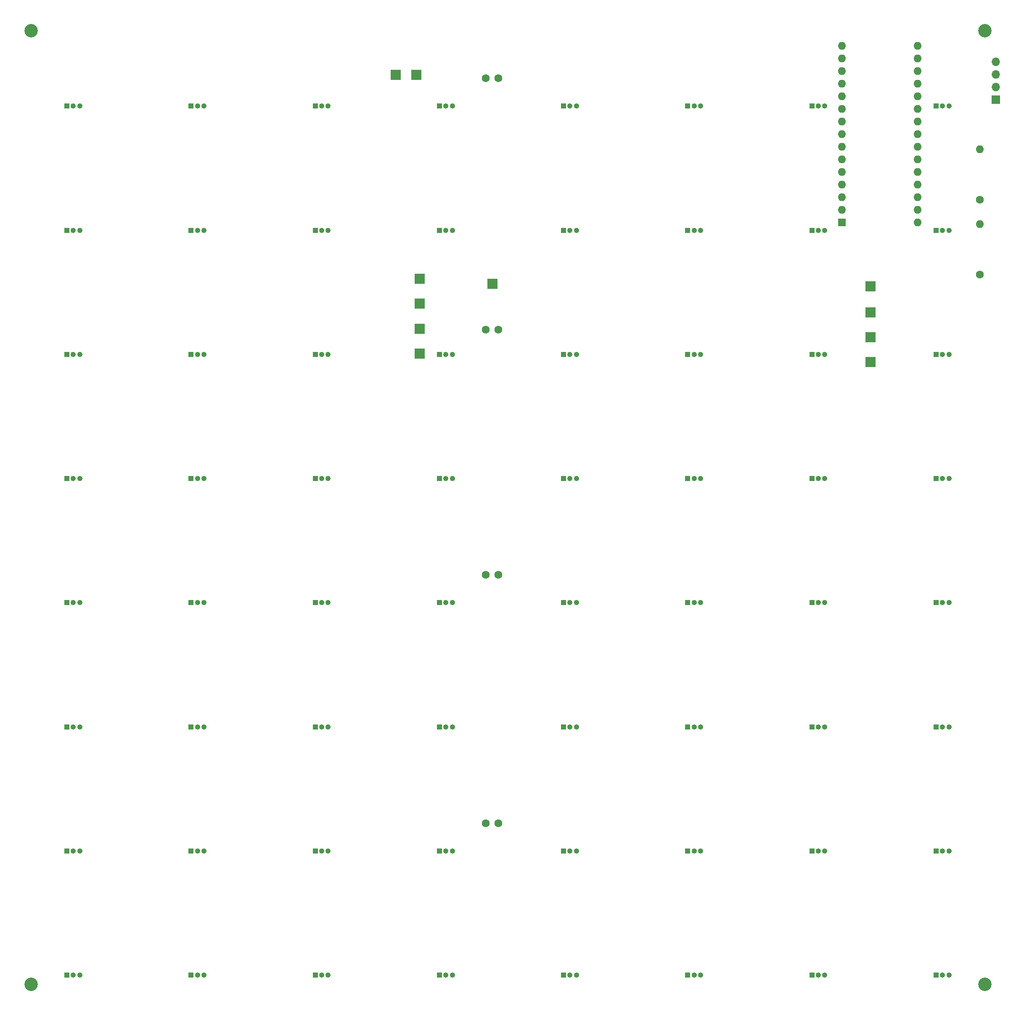
<source format=gts>
G04 #@! TF.GenerationSoftware,KiCad,Pcbnew,8.0.8*
G04 #@! TF.CreationDate,2025-02-06T21:03:28-05:00*
G04 #@! TF.ProjectId,Chessboard Hardware,43686573-7362-46f6-9172-642048617264,1*
G04 #@! TF.SameCoordinates,Original*
G04 #@! TF.FileFunction,Soldermask,Top*
G04 #@! TF.FilePolarity,Negative*
%FSLAX46Y46*%
G04 Gerber Fmt 4.6, Leading zero omitted, Abs format (unit mm)*
G04 Created by KiCad (PCBNEW 8.0.8) date 2025-02-06 21:03:28*
%MOMM*%
%LPD*%
G01*
G04 APERTURE LIST*
%ADD10R,1.080000X1.080000*%
%ADD11C,1.080000*%
%ADD12R,2.000000X2.000000*%
%ADD13C,2.700000*%
%ADD14C,1.600000*%
%ADD15O,1.600000X1.600000*%
%ADD16R,1.600000X1.600000*%
%ADD17R,1.700000X1.700000*%
%ADD18O,1.700000X1.700000*%
G04 APERTURE END LIST*
D10*
X86200000Y-144200000D03*
D11*
X87500000Y-144200000D03*
X88800000Y-144200000D03*
D10*
X86200000Y-244195600D03*
D11*
X87500000Y-244195600D03*
X88800000Y-244195600D03*
D10*
X136200000Y-169200000D03*
D11*
X137500000Y-169200000D03*
X138800000Y-169200000D03*
D10*
X86200000Y-219200000D03*
D11*
X87500000Y-219200000D03*
X88800000Y-219200000D03*
D10*
X86200000Y-69200000D03*
D11*
X87500000Y-69200000D03*
X88800000Y-69200000D03*
D10*
X161200000Y-144200000D03*
D11*
X162500000Y-144200000D03*
X163800000Y-144200000D03*
D12*
X132250000Y-114000000D03*
D10*
X186200000Y-94200000D03*
D11*
X187500000Y-94200000D03*
X188800000Y-94200000D03*
D10*
X186200000Y-169200000D03*
D11*
X187500000Y-169200000D03*
X188800000Y-169200000D03*
D10*
X236200000Y-169200000D03*
D11*
X237500000Y-169200000D03*
X238800000Y-169200000D03*
D10*
X186200000Y-194200000D03*
D11*
X187500000Y-194200000D03*
X188800000Y-194200000D03*
D13*
X54000000Y-246000000D03*
D10*
X86200000Y-119200000D03*
D11*
X87500000Y-119200000D03*
X88800000Y-119200000D03*
D10*
X161200000Y-119200000D03*
D11*
X162500000Y-119200000D03*
X163800000Y-119200000D03*
D10*
X111200000Y-119200000D03*
D11*
X112500000Y-119200000D03*
X113800000Y-119200000D03*
D10*
X161200000Y-169200000D03*
D11*
X162500000Y-169200000D03*
X163800000Y-169200000D03*
D10*
X161200000Y-219200000D03*
D11*
X162500000Y-219200000D03*
X163800000Y-219200000D03*
D10*
X61200000Y-119200000D03*
D11*
X62500000Y-119200000D03*
X63800000Y-119200000D03*
D10*
X111200000Y-144200000D03*
D11*
X112500000Y-144200000D03*
X113800000Y-144200000D03*
D10*
X61200000Y-94200000D03*
D11*
X62500000Y-94200000D03*
X63800000Y-94200000D03*
D10*
X86200000Y-169195600D03*
D11*
X87500000Y-169195600D03*
X88800000Y-169195600D03*
D10*
X61200000Y-169195600D03*
D11*
X62500000Y-169195600D03*
X63800000Y-169195600D03*
D10*
X61200000Y-144200000D03*
D11*
X62500000Y-144200000D03*
X63800000Y-144200000D03*
D13*
X246000000Y-246000000D03*
D12*
X132250000Y-109000000D03*
D10*
X211200000Y-144200000D03*
D11*
X212500000Y-144200000D03*
X213800000Y-144200000D03*
D10*
X161200000Y-69200000D03*
D11*
X162500000Y-69200000D03*
X163800000Y-69200000D03*
D10*
X136200000Y-119200000D03*
D11*
X137500000Y-119200000D03*
X138800000Y-119200000D03*
D10*
X236200000Y-94200000D03*
D11*
X237500000Y-94200000D03*
X238800000Y-94200000D03*
D10*
X111200000Y-169195600D03*
D11*
X112500000Y-169195600D03*
X113800000Y-169195600D03*
D10*
X186200000Y-219200000D03*
D11*
X187500000Y-219200000D03*
X188800000Y-219200000D03*
D13*
X246000000Y-54000000D03*
D12*
X146900000Y-105000000D03*
D10*
X86200000Y-94200000D03*
D11*
X87500000Y-94200000D03*
X88800000Y-94200000D03*
D10*
X136200000Y-144200000D03*
D11*
X137500000Y-144200000D03*
X138800000Y-144200000D03*
D10*
X61200000Y-244195600D03*
D11*
X62500000Y-244195600D03*
X63800000Y-244195600D03*
D10*
X161200000Y-94200000D03*
D11*
X162500000Y-94200000D03*
X163800000Y-94200000D03*
D10*
X236200000Y-144200000D03*
D11*
X237500000Y-144200000D03*
X238800000Y-144200000D03*
D10*
X161200000Y-244200000D03*
D11*
X162500000Y-244200000D03*
X163800000Y-244200000D03*
D13*
X54000000Y-54000000D03*
D10*
X136200000Y-244195600D03*
D11*
X137500000Y-244195600D03*
X138800000Y-244195600D03*
D10*
X136200000Y-69200000D03*
D11*
X137500000Y-69200000D03*
X138800000Y-69200000D03*
D10*
X136200000Y-194200000D03*
D11*
X137500000Y-194200000D03*
X138800000Y-194200000D03*
D10*
X136200000Y-94200000D03*
D11*
X137500000Y-94200000D03*
X138800000Y-94200000D03*
D12*
X223000000Y-115700000D03*
X132250000Y-119000000D03*
D10*
X111200000Y-219200000D03*
D11*
X112500000Y-219200000D03*
X113800000Y-219200000D03*
D10*
X211200000Y-194200000D03*
D11*
X212500000Y-194200000D03*
X213800000Y-194200000D03*
D10*
X211200000Y-244200000D03*
D11*
X212500000Y-244200000D03*
X213800000Y-244200000D03*
D10*
X211200000Y-169200000D03*
D11*
X212500000Y-169200000D03*
X213800000Y-169200000D03*
D12*
X131600000Y-62900000D03*
D10*
X111200000Y-194200000D03*
D11*
X112500000Y-194200000D03*
X113800000Y-194200000D03*
D10*
X111200000Y-69200000D03*
D11*
X112500000Y-69200000D03*
X113800000Y-69200000D03*
D10*
X236200000Y-119200000D03*
D11*
X237500000Y-119200000D03*
X238800000Y-119200000D03*
D10*
X161200000Y-194200000D03*
D11*
X162500000Y-194200000D03*
X163800000Y-194200000D03*
D10*
X186200000Y-119200000D03*
D11*
X187500000Y-119200000D03*
X188800000Y-119200000D03*
D10*
X186200000Y-69200000D03*
D11*
X187500000Y-69200000D03*
X188800000Y-69200000D03*
D12*
X223000000Y-105500000D03*
X223000000Y-120700000D03*
D10*
X186200000Y-144200000D03*
D11*
X187500000Y-144200000D03*
X188800000Y-144200000D03*
D12*
X127400000Y-62900000D03*
D10*
X236200000Y-244200000D03*
D11*
X237500000Y-244200000D03*
X238800000Y-244200000D03*
D10*
X186200000Y-244200000D03*
D11*
X187500000Y-244200000D03*
X188800000Y-244200000D03*
D10*
X236200000Y-69200000D03*
D11*
X237500000Y-69200000D03*
X238800000Y-69200000D03*
D10*
X211200000Y-69200000D03*
D11*
X212500000Y-69200000D03*
X213800000Y-69200000D03*
D12*
X223000000Y-110750000D03*
D10*
X236200000Y-219200000D03*
D11*
X237500000Y-219200000D03*
X238800000Y-219200000D03*
D10*
X236200000Y-194200000D03*
D11*
X237500000Y-194200000D03*
X238800000Y-194200000D03*
D10*
X111200000Y-244200000D03*
D11*
X112500000Y-244200000D03*
X113800000Y-244200000D03*
D10*
X136200000Y-219200000D03*
D11*
X137500000Y-219200000D03*
X138800000Y-219200000D03*
D10*
X211200000Y-119200000D03*
D11*
X212500000Y-119200000D03*
X213800000Y-119200000D03*
D10*
X111200000Y-94200000D03*
D11*
X112500000Y-94200000D03*
X113800000Y-94200000D03*
D10*
X61200000Y-69200000D03*
D11*
X62500000Y-69200000D03*
X63800000Y-69200000D03*
D10*
X61200000Y-194200000D03*
D11*
X62500000Y-194200000D03*
X63800000Y-194200000D03*
D10*
X211200000Y-219200000D03*
D11*
X212500000Y-219200000D03*
X213800000Y-219200000D03*
D12*
X132250000Y-104000000D03*
D10*
X61200000Y-219195600D03*
D11*
X62500000Y-219195600D03*
X63800000Y-219195600D03*
D10*
X211200000Y-94200000D03*
D11*
X212500000Y-94200000D03*
X213800000Y-94200000D03*
D10*
X86200000Y-194195600D03*
D11*
X87500000Y-194195600D03*
X88800000Y-194195600D03*
D14*
X145550000Y-163600000D03*
X148050000Y-163600000D03*
X145550000Y-63600000D03*
X148050000Y-63600000D03*
X245000000Y-88080000D03*
D15*
X245000000Y-77920000D03*
D14*
X145550000Y-213600000D03*
X148050000Y-213600000D03*
X245000000Y-103080000D03*
D15*
X245000000Y-92920000D03*
D14*
X145550000Y-114200000D03*
X148050000Y-114200000D03*
D16*
X217250000Y-92620000D03*
D15*
X217250000Y-90080000D03*
X217250000Y-87540000D03*
X217250000Y-85000000D03*
X217250000Y-82460000D03*
X217250000Y-79920000D03*
X217250000Y-77380000D03*
X217250000Y-74840000D03*
X217250000Y-72300000D03*
X217250000Y-69760000D03*
X217250000Y-67220000D03*
X217250000Y-64680000D03*
X217250000Y-62140000D03*
X217250000Y-59600000D03*
X217250000Y-57060000D03*
X232490000Y-57060000D03*
X232490000Y-59600000D03*
X232490000Y-62140000D03*
X232490000Y-64680000D03*
X232490000Y-67220000D03*
X232490000Y-69760000D03*
X232490000Y-72300000D03*
X232490000Y-74840000D03*
X232490000Y-77380000D03*
X232490000Y-79920000D03*
X232490000Y-82460000D03*
X232490000Y-85000000D03*
X232490000Y-87540000D03*
X232490000Y-90080000D03*
X232490000Y-92620000D03*
D17*
X248200000Y-67900000D03*
D18*
X248200000Y-65360000D03*
X248200000Y-62820000D03*
X248200000Y-60280000D03*
M02*

</source>
